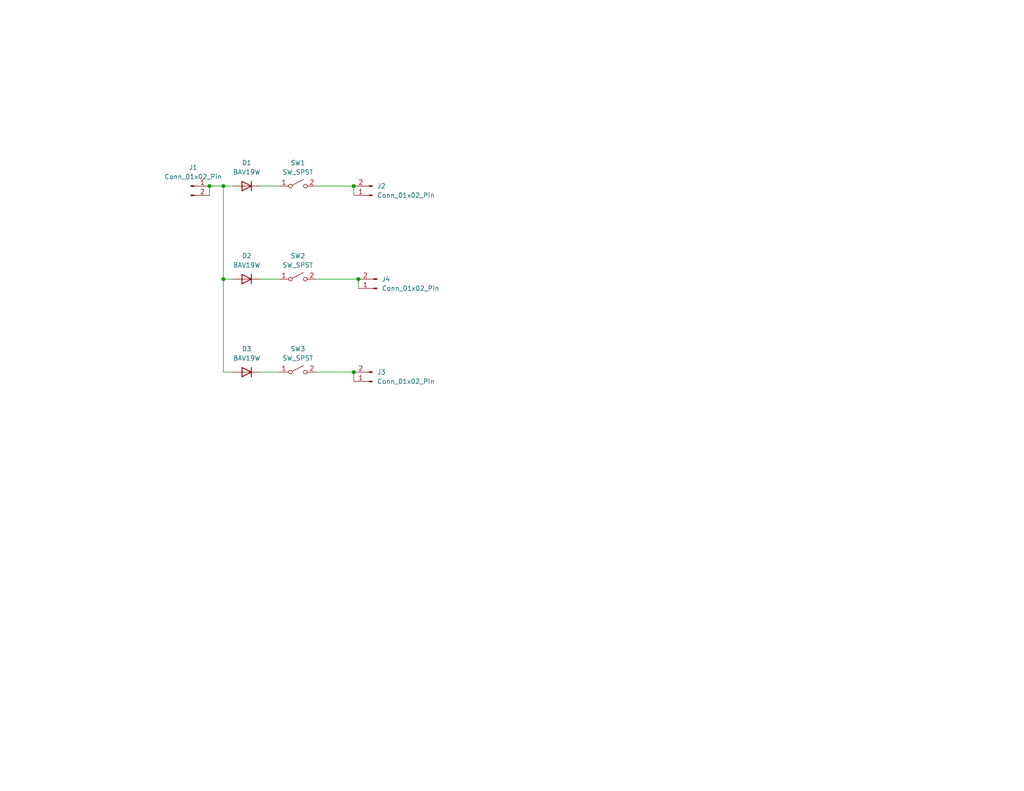
<source format=kicad_sch>
(kicad_sch (version 20231120) (generator "eeschema") (generator_version "8.0")
  (paper "A")
  (title_block (title "Jolt 2 - Verticals"))
  (lib_symbols
    (symbol "Connector:Conn_01x02_Pin" (pin_names (offset 1.016) hide)
      (property "Reference" "J" (at 0 2.54 0))
      (property "Value" "Conn_01x02_Pin" (at 0 -5.08 0))
      (symbol "Conn_01x02_Pin_1_1"
        (polyline (pts (xy 1.27 -2.54) (xy 0.8636 -2.54)) (stroke (width 0.1524)))
        (polyline (pts (xy 1.27 0) (xy 0.8636 0)) (stroke (width 0.1524)))
        (rectangle (start 0.8636 -2.413) (end 0 -2.667) (stroke (width 0.1524)) (fill (type outline)))
        (rectangle (start 0.8636 0.127) (end 0 -0.127) (stroke (width 0.1524)) (fill (type outline)))
        (pin passive line (at 5.08 0 180) (length 3.81) (name "Pin_1") (number "1"))
        (pin passive line (at 5.08 -2.54 180) (length 3.81) (name "Pin_2") (number "2"))
      )
    )
    (symbol "Device:D" (pin_numbers hide) (pin_names (offset 1.016) hide)
      (property "Reference" "D" (at 0 2.54 0))
      (property "Value" "D" (at 0 -2.54 0))
      (symbol "D_0_1"
        (polyline (pts (xy -1.27 1.27) (xy -1.27 -1.27)) (stroke (width 0.254)))
        (polyline (pts (xy 1.27 0) (xy -1.27 0)))
        (polyline (pts (xy 1.27 1.27) (xy 1.27 -1.27) (xy -1.27 0) (xy 1.27 1.27)) (stroke (width 0.254)))
      )
      (symbol "D_1_1"
        (pin passive line (at -3.81 0 0) (length 2.54) (name "K") (number "1"))
        (pin passive line (at 3.81 0 180) (length 2.54) (name "A") (number "2"))
      )
    )
    (symbol "Switch:SW_SPST" (pin_names (offset 0) hide)
      (property "Reference" "SW" (at 0 3.175 0))
      (property "Value" "SW_SPST" (at 0 -2.54 0))
      (symbol "SW_SPST_0_0"
        (circle (center -2.032 0) (radius 0.508))
        (polyline (pts (xy -1.524 0.254) (xy 1.524 1.778)))
        (circle (center 2.032 0) (radius 0.508))
      )
      (symbol "SW_SPST_1_1"
        (pin passive line (at -5.08 0 0) (length 2.54) (name "A") (number "1"))
        (pin passive line (at 5.08 0 180) (length 2.54) (name "B") (number "2"))
      )
    )
  )
  (junction (at 60.96 76.2))
  (junction (at 96.52 101.6))
  (junction (at 60.96 50.8))
  (junction (at 97.79 76.2))
  (junction (at 57.15 50.8))
  (junction (at 96.52 50.8))
  (wire (pts (xy 63.5 101.6) (xy 60.96 101.6)))
  (wire (pts (xy 86.36 76.2) (xy 97.79 76.2)))
  (wire (pts (xy 96.52 50.8) (xy 96.52 53.34)))
  (wire (pts (xy 96.52 101.6) (xy 96.52 104.14)))
  (wire (pts (xy 71.12 101.6) (xy 76.2 101.6)))
  (wire (pts (xy 97.79 76.2) (xy 97.79 78.74)))
  (wire (pts (xy 63.5 76.2) (xy 60.96 76.2)))
  (wire (pts (xy 60.96 50.8) (xy 63.5 50.8)))
  (wire (pts (xy 57.15 50.8) (xy 57.15 53.34)))
  (wire (pts (xy 71.12 76.2) (xy 76.2 76.2)))
  (wire (pts (xy 57.15 50.8) (xy 60.96 50.8)))
  (wire (pts (xy 71.12 50.8) (xy 76.2 50.8)))
  (wire (pts (xy 86.36 101.6) (xy 96.52 101.6)))
  (wire (pts (xy 60.96 76.2) (xy 60.96 50.8)))
  (wire (pts (xy 86.36 50.8) (xy 96.52 50.8)))
  (wire (pts (xy 60.96 101.6) (xy 60.96 76.2)))
  (symbol (lib_id "Switch:SW_SPST") (at 81.28 101.6 0) (unit 1)
    (property "Reference" "SW3" (at 81.28 95.25 0))
    (property "Value" "SW_SPST" (at 81.28 97.79 0))
    (property "Footprint" "Keyboard Switches:Kailh_socket_PG1350" (effects (hide yes)))
    (property "Description" "Single Pole Single Throw (SPST) switch" (effects (hide yes)))
  )
  (symbol (lib_id "Switch:SW_SPST") (at 81.28 50.8 0) (unit 1)
    (property "Reference" "SW1" (at 81.28 44.45 0))
    (property "Value" "SW_SPST" (at 81.28 46.99 0))
    (property "Footprint" "Keyboard Switches:Kailh_socket_PG1350" (effects (hide yes)))
    (property "Description" "Single Pole Single Throw (SPST) switch" (effects (hide yes)))
  )
  (symbol (lib_id "Switch:SW_SPST") (at 81.28 76.2 0) (unit 1)
    (property "Reference" "SW2" (at 81.28 69.85 0))
    (property "Value" "SW_SPST" (at 81.28 72.39 0))
    (property "Footprint" "Keyboard Switches:Kailh_socket_PG1350" (effects (hide yes)))
    (property "Description" "Single Pole Single Throw (SPST) switch" (effects (hide yes)))
  )
  (symbol (lib_id "Device:D") (at 67.31 50.8 180) (unit 1)
    (property "Reference" "D1" (at 67.31 44.45 0))
    (property "Value" "BAV19W" (at 67.31 46.99 0))
    (property "Footprint" "Diode_SMD:Nexperia_CFP3_SOD-123W" (effects (hide yes)))
    (property "Description" "Diode" (effects (hide yes)))
    (property "Sim.Device" "D" (effects (hide yes)))
    (property "Sim.Pins" "1=K 2=A" (effects (hide yes)))
  )
  (symbol (lib_id "Device:D") (at 67.31 101.6 180) (unit 1)
    (property "Reference" "D3" (at 67.31 95.25 0))
    (property "Value" "BAV19W" (at 67.31 97.79 0))
    (property "Footprint" "Diode_SMD:Nexperia_CFP3_SOD-123W" (effects (hide yes)))
    (property "Description" "Diode" (effects (hide yes)))
    (property "Sim.Device" "D" (effects (hide yes)))
    (property "Sim.Pins" "1=K 2=A" (effects (hide yes)))
  )
  (symbol (lib_id "Connector:Conn_01x02_Pin") (at 101.6 104.14 180) (unit 1)
    (property "Reference" "J3" (at 102.87 101.5999 0) (effects (justify right)))
    (property "Value" "Conn_01x02_Pin" (at 102.87 104.1399 0) (effects (justify right)))
    (property "Footprint" "Connector_PinHeader_2.54mm:PinHeader_1x02_P2.54mm_Vertical" (effects (hide yes)))
    (property "Description" "Generic connector, single row, 01x02, script generated" (effects (hide yes)))
  )
  (symbol (lib_id "Connector:Conn_01x02_Pin") (at 101.6 53.34 180) (unit 1)
    (property "Reference" "J2" (at 102.87 50.7999 0) (effects (justify right)))
    (property "Value" "Conn_01x02_Pin" (at 102.87 53.3399 0) (effects (justify right)))
    (property "Footprint" "Connector_PinHeader_2.54mm:PinHeader_1x02_P2.54mm_Vertical" (effects (hide yes)))
    (property "Description" "Generic connector, single row, 01x02, script generated" (effects (hide yes)))
  )
  (symbol (lib_id "Device:D") (at 67.31 76.2 180) (unit 1)
    (property "Reference" "D2" (at 67.31 69.85 0))
    (property "Value" "BAV19W" (at 67.31 72.39 0))
    (property "Footprint" "Diode_SMD:Nexperia_CFP3_SOD-123W" (effects (hide yes)))
    (property "Description" "Diode" (effects (hide yes)))
    (property "Sim.Device" "D" (effects (hide yes)))
    (property "Sim.Pins" "1=K 2=A" (effects (hide yes)))
  )
  (symbol (lib_id "Connector:Conn_01x02_Pin") (at 102.87 78.74 180) (unit 1)
    (property "Reference" "J4" (at 104.14 76.1999 0) (effects (justify right)))
    (property "Value" "Conn_01x02_Pin" (at 104.14 78.7399 0) (effects (justify right)))
    (property "Footprint" "Connector_PinHeader_2.54mm:PinHeader_1x02_P2.54mm_Vertical" (effects (hide yes)))
    (property "Description" "Generic connector, single row, 01x02, script generated" (effects (hide yes)))
  )
  (symbol (lib_id "Connector:Conn_01x02_Pin") (at 52.07 50.8 0) (unit 1)
    (property "Reference" "J1" (at 52.705 45.72 0))
    (property "Value" "Conn_01x02_Pin" (at 52.705 48.26 0))
    (property "Footprint" "Connector_PinHeader_2.54mm:PinHeader_1x02_P2.54mm_Vertical" (effects (hide yes)))
    (property "Description" "Generic connector, single row, 01x02, script generated" (effects (hide yes)))
  )
)
</source>
